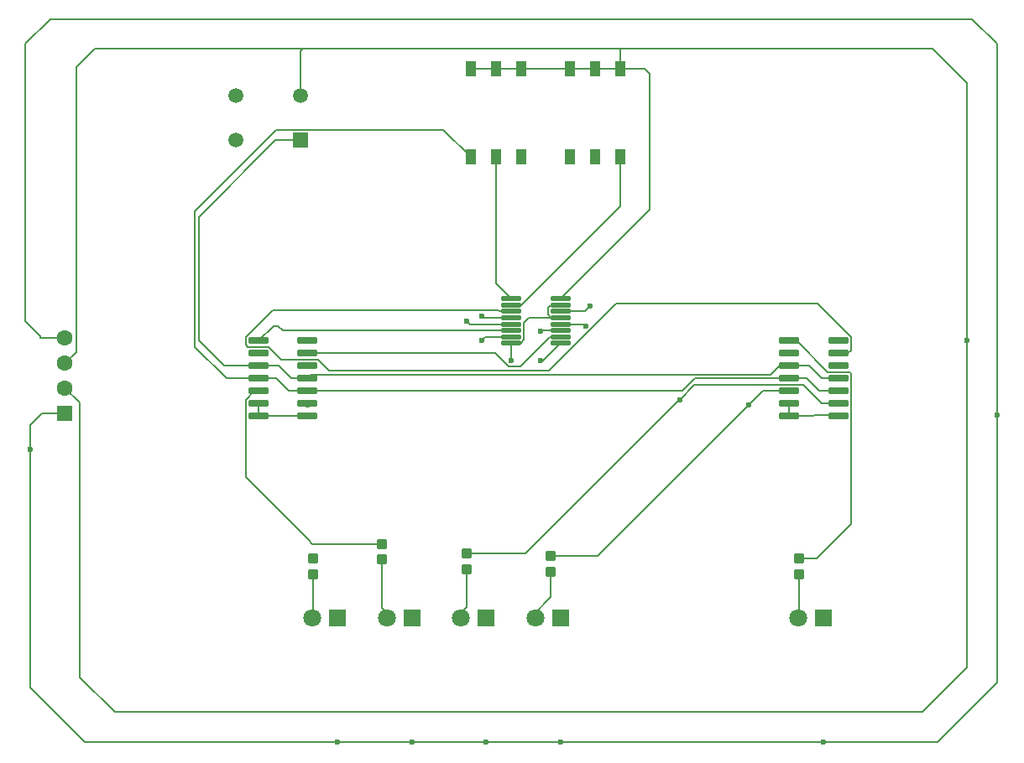
<source format=gbr>
%TF.GenerationSoftware,KiCad,Pcbnew,8.0.1*%
%TF.CreationDate,2024-04-13T21:46:53+05:30*%
%TF.ProjectId,piso,7069736f-2e6b-4696-9361-645f70636258,rev?*%
%TF.SameCoordinates,Original*%
%TF.FileFunction,Copper,L1,Top*%
%TF.FilePolarity,Positive*%
%FSLAX46Y46*%
G04 Gerber Fmt 4.6, Leading zero omitted, Abs format (unit mm)*
G04 Created by KiCad (PCBNEW 8.0.1) date 2024-04-13 21:46:53*
%MOMM*%
%LPD*%
G01*
G04 APERTURE LIST*
G04 Aperture macros list*
%AMRoundRect*
0 Rectangle with rounded corners*
0 $1 Rounding radius*
0 $2 $3 $4 $5 $6 $7 $8 $9 X,Y pos of 4 corners*
0 Add a 4 corners polygon primitive as box body*
4,1,4,$2,$3,$4,$5,$6,$7,$8,$9,$2,$3,0*
0 Add four circle primitives for the rounded corners*
1,1,$1+$1,$2,$3*
1,1,$1+$1,$4,$5*
1,1,$1+$1,$6,$7*
1,1,$1+$1,$8,$9*
0 Add four rect primitives between the rounded corners*
20,1,$1+$1,$2,$3,$4,$5,0*
20,1,$1+$1,$4,$5,$6,$7,0*
20,1,$1+$1,$6,$7,$8,$9,0*
20,1,$1+$1,$8,$9,$2,$3,0*%
G04 Aperture macros list end*
%TA.AperFunction,ComponentPad*%
%ADD10R,1.800000X1.800000*%
%TD*%
%TA.AperFunction,ComponentPad*%
%ADD11C,1.800000*%
%TD*%
%TA.AperFunction,SMDPad,CuDef*%
%ADD12RoundRect,0.020500X-0.959500X-0.184500X0.959500X-0.184500X0.959500X0.184500X-0.959500X0.184500X0*%
%TD*%
%TA.AperFunction,SMDPad,CuDef*%
%ADD13RoundRect,0.094000X0.416000X-0.376000X0.416000X0.376000X-0.416000X0.376000X-0.416000X-0.376000X0*%
%TD*%
%TA.AperFunction,SMDPad,CuDef*%
%ADD14R,1.100000X1.500000*%
%TD*%
%TA.AperFunction,SMDPad,CuDef*%
%ADD15RoundRect,0.090000X-0.895000X-0.210000X0.895000X-0.210000X0.895000X0.210000X-0.895000X0.210000X0*%
%TD*%
%TA.AperFunction,ComponentPad*%
%ADD16R,1.605000X1.605000*%
%TD*%
%TA.AperFunction,ComponentPad*%
%ADD17C,1.605000*%
%TD*%
%TA.AperFunction,ComponentPad*%
%ADD18R,1.498000X1.498000*%
%TD*%
%TA.AperFunction,ComponentPad*%
%ADD19C,1.498000*%
%TD*%
%TA.AperFunction,ViaPad*%
%ADD20C,0.600000*%
%TD*%
%TA.AperFunction,Conductor*%
%ADD21C,0.200000*%
%TD*%
G04 APERTURE END LIST*
D10*
%TO.P,D2,1,K*%
%TO.N,GND*%
X133000000Y-150500000D03*
D11*
%TO.P,D2,2,A*%
%TO.N,Net-(D2-A)*%
X130460000Y-150500000D03*
%TD*%
D12*
%TO.P,U2,1,IN*%
%TO.N,En*%
X143020000Y-118260000D03*
%TO.P,U2,2,S1A*%
%TO.N,Net-(U2-S1A)*%
X143020000Y-118900000D03*
%TO.P,U2,3,S1B*%
%TO.N,Net-(U2-S1B)*%
X143020000Y-119540000D03*
%TO.P,U2,4,D1*%
%TO.N,D0*%
X143020000Y-120180000D03*
%TO.P,U2,5,S2A*%
%TO.N,Net-(U2-S2A)*%
X143020000Y-120820000D03*
%TO.P,U2,6,S2B*%
%TO.N,Net-(U2-S2B)*%
X143020000Y-121460000D03*
%TO.P,U2,7,D2*%
%TO.N,D1*%
X143020000Y-122100000D03*
%TO.P,U2,8,GND*%
%TO.N,GND*%
X143020000Y-122740000D03*
%TO.P,U2,9,D3*%
%TO.N,D2*%
X147980000Y-122740000D03*
%TO.P,U2,10,S3B*%
%TO.N,Net-(U2-S3B)*%
X147980000Y-122100000D03*
%TO.P,U2,11,S3A*%
%TO.N,Net-(U2-S3A)*%
X147980000Y-121460000D03*
%TO.P,U2,12,D4*%
%TO.N,D3*%
X147980000Y-120820000D03*
%TO.P,U2,13,S4B*%
%TO.N,GND*%
X147980000Y-120180000D03*
%TO.P,U2,14,S4A*%
%TO.N,Net-(U2-S4A)*%
X147980000Y-119540000D03*
%TO.P,U2,15,EN\u002A*%
%TO.N,GND*%
X147980000Y-118900000D03*
%TO.P,U2,16,VDD*%
%TO.N,Vdd*%
X147980000Y-118260000D03*
%TD*%
D10*
%TO.P,D0,1,K*%
%TO.N,GND*%
X148000000Y-150500000D03*
D11*
%TO.P,D0,2,A*%
%TO.N,Net-(D0-A)*%
X145460000Y-150500000D03*
%TD*%
D13*
%TO.P,R1,1*%
%TO.N,Net-(D3-A)*%
X123000000Y-146080000D03*
%TO.P,R1,2*%
%TO.N,D3*%
X123000000Y-144500000D03*
%TD*%
%TO.P,R2,1*%
%TO.N,Net-(D2-A)*%
X130000000Y-144580000D03*
%TO.P,R2,2*%
%TO.N,D2*%
X130000000Y-143000000D03*
%TD*%
%TO.P,R4,1*%
%TO.N,Net-(D0-A)*%
X147000000Y-145790000D03*
%TO.P,R4,2*%
%TO.N,D0*%
X147000000Y-144210000D03*
%TD*%
D14*
%TO.P,S1,1A*%
%TO.N,Vdd*%
X144000000Y-95050000D03*
%TO.P,S1,1B*%
%TO.N,Net-(U2-S4A)*%
X144000000Y-103950000D03*
%TO.P,S1,2A*%
%TO.N,Vdd*%
X141460000Y-95050000D03*
%TO.P,S1,2B*%
%TO.N,En*%
X141460000Y-103950000D03*
%TO.P,S1,3A*%
%TO.N,Vdd*%
X138920000Y-95050000D03*
%TO.P,S1,3B*%
%TO.N,RST*%
X138920000Y-103950000D03*
%TD*%
D15*
%TO.P,U3,1,Q1*%
%TO.N,Net-(U2-S2B)*%
X117500000Y-122500000D03*
%TO.P,U3,2,~{Q1}*%
%TO.N,unconnected-(U3-~{Q1}-Pad2)*%
X117500000Y-123770000D03*
%TO.P,U3,3,CLK1*%
%TO.N,CLK*%
X117500000Y-125040000D03*
%TO.P,U3,4,RESET1*%
%TO.N,RST*%
X117500000Y-126310000D03*
%TO.P,U3,5,D1*%
%TO.N,D2*%
X117500000Y-127580000D03*
%TO.P,U3,6,SET1*%
%TO.N,GND*%
X117500000Y-128850000D03*
%TO.P,U3,7,VSS*%
X117500000Y-130120000D03*
%TO.P,U3,8,SET2*%
X122450000Y-130120000D03*
%TO.P,U3,9,D2*%
%TO.N,D3*%
X122450000Y-128850000D03*
%TO.P,U3,10,RESET2*%
%TO.N,RST*%
X122450000Y-127580000D03*
%TO.P,U3,11,CLK2*%
%TO.N,CLK*%
X122450000Y-126310000D03*
%TO.P,U3,12,~{Q2}*%
%TO.N,unconnected-(U3-~{Q2}-Pad12)*%
X122450000Y-125040000D03*
%TO.P,U3,13,Q2*%
%TO.N,Net-(U2-S3B)*%
X122450000Y-123770000D03*
%TO.P,U3,14,VDD*%
%TO.N,Vdd*%
X122450000Y-122500000D03*
%TD*%
D16*
%TO.P,J1,1,1*%
%TO.N,GND*%
X98000000Y-129810000D03*
D17*
%TO.P,J1,2,2*%
%TO.N,Vdd*%
X98000000Y-127270000D03*
%TO.P,J1,3,3*%
X98000000Y-124730000D03*
%TO.P,J1,4,4*%
%TO.N,GND*%
X98000000Y-122190000D03*
%TD*%
D10*
%TO.P,Dout1,1,K*%
%TO.N,GND*%
X174500000Y-150500000D03*
D11*
%TO.P,Dout1,2,A*%
%TO.N,Net-(Dout1-A)*%
X171960000Y-150500000D03*
%TD*%
D13*
%TO.P,R3,1*%
%TO.N,Net-(D1-A)*%
X138500000Y-145580000D03*
%TO.P,R3,2*%
%TO.N,D1*%
X138500000Y-144000000D03*
%TD*%
%TO.P,R5,1*%
%TO.N,Net-(Dout1-A)*%
X172000000Y-146080000D03*
%TO.P,R5,2*%
%TO.N,Dout*%
X172000000Y-144500000D03*
%TD*%
D10*
%TO.P,D3,1,K*%
%TO.N,GND*%
X125500000Y-150500000D03*
D11*
%TO.P,D3,2,A*%
%TO.N,Net-(D3-A)*%
X122960000Y-150500000D03*
%TD*%
D14*
%TO.P,S2,1A*%
%TO.N,Vdd*%
X154000000Y-95000000D03*
%TO.P,S2,1B*%
%TO.N,Net-(U2-S1A)*%
X154000000Y-103900000D03*
%TO.P,S2,2A*%
%TO.N,Vdd*%
X151460000Y-95000000D03*
%TO.P,S2,2B*%
%TO.N,Net-(U2-S2A)*%
X151460000Y-103900000D03*
%TO.P,S2,3A*%
%TO.N,Vdd*%
X148920000Y-95000000D03*
%TO.P,S2,3B*%
%TO.N,Net-(U2-S3A)*%
X148920000Y-103900000D03*
%TD*%
D18*
%TO.P,SW1,1*%
%TO.N,CLK*%
X121750000Y-102250000D03*
D19*
%TO.P,SW1,2*%
%TO.N,unconnected-(SW1-Pad2)*%
X115250000Y-102250000D03*
%TO.P,SW1,3*%
%TO.N,Vdd*%
X121750000Y-97750000D03*
%TO.P,SW1,4*%
%TO.N,unconnected-(SW1-Pad4)*%
X115250000Y-97750000D03*
%TD*%
D15*
%TO.P,U4,1,Q1*%
%TO.N,Dout*%
X171050000Y-122500000D03*
%TO.P,U4,2,~{Q1}*%
%TO.N,unconnected-(U4-~{Q1}-Pad2)*%
X171050000Y-123770000D03*
%TO.P,U4,3,CLK1*%
%TO.N,CLK*%
X171050000Y-125040000D03*
%TO.P,U4,4,RESET1*%
%TO.N,RST*%
X171050000Y-126310000D03*
%TO.P,U4,5,D1*%
%TO.N,D0*%
X171050000Y-127580000D03*
%TO.P,U4,6,SET1*%
%TO.N,GND*%
X171050000Y-128850000D03*
%TO.P,U4,7,VSS*%
X171050000Y-130120000D03*
%TO.P,U4,8,SET2*%
X176000000Y-130120000D03*
%TO.P,U4,9,D2*%
%TO.N,D1*%
X176000000Y-128850000D03*
%TO.P,U4,10,RESET2*%
%TO.N,RST*%
X176000000Y-127580000D03*
%TO.P,U4,11,CLK2*%
%TO.N,CLK*%
X176000000Y-126310000D03*
%TO.P,U4,12,~{Q2}*%
%TO.N,unconnected-(U4-~{Q2}-Pad12)*%
X176000000Y-125040000D03*
%TO.P,U4,13,Q2*%
%TO.N,Net-(U2-S1B)*%
X176000000Y-123770000D03*
%TO.P,U4,14,VDD*%
%TO.N,Vdd*%
X176000000Y-122500000D03*
%TD*%
D10*
%TO.P,D1,1,K*%
%TO.N,GND*%
X140500000Y-150500000D03*
D11*
%TO.P,D1,2,A*%
%TO.N,Net-(D1-A)*%
X137960000Y-150500000D03*
%TD*%
D20*
%TO.N,D0*%
X140000000Y-120000000D03*
X167000000Y-129000000D03*
%TO.N,D1*%
X160000000Y-128500000D03*
X140000000Y-122500000D03*
%TO.N,D2*%
X146000000Y-124500000D03*
X117500000Y-127500000D03*
%TO.N,D3*%
X122500000Y-129000000D03*
X123000000Y-144500000D03*
X150500000Y-121000000D03*
%TO.N,Vdd*%
X189000000Y-122500000D03*
X176500000Y-122500000D03*
X122500000Y-122500000D03*
%TO.N,GND*%
X176000000Y-130000000D03*
X174500000Y-163000000D03*
X125500000Y-163000000D03*
X140500000Y-163000000D03*
X133000000Y-163000000D03*
X117500000Y-130000000D03*
X148000000Y-163000000D03*
X192000000Y-130000000D03*
X94500000Y-133500000D03*
X143000000Y-124500000D03*
%TO.N,Net-(U2-S4A)*%
X151000000Y-119000000D03*
X144000000Y-104000000D03*
%TO.N,Net-(U2-S2A)*%
X138500000Y-120500000D03*
X151500000Y-104000000D03*
%TO.N,Net-(U2-S3A)*%
X149000000Y-104000000D03*
X146000000Y-121500000D03*
%TD*%
D21*
%TO.N,D0*%
X167000000Y-128960000D02*
X167000000Y-129000000D01*
X143020000Y-120180000D02*
X140180000Y-120180000D01*
X152980000Y-142980000D02*
X151750000Y-144210000D01*
X140180000Y-120180000D02*
X140000000Y-120000000D01*
X167000000Y-129000000D02*
X166960000Y-129000000D01*
X166960000Y-129000000D02*
X152980000Y-142980000D01*
X151750000Y-144210000D02*
X147000000Y-144210000D01*
X171050000Y-127580000D02*
X168380000Y-127580000D01*
X168380000Y-127580000D02*
X167000000Y-128960000D01*
%TO.N,D1*%
X161480000Y-126980000D02*
X160000000Y-128460000D01*
X144460000Y-144000000D02*
X138500000Y-144000000D01*
X174350000Y-128850000D02*
X172480000Y-126980000D01*
X160000000Y-128460000D02*
X160000000Y-128500000D01*
X172480000Y-126980000D02*
X161480000Y-126980000D01*
X140400000Y-122100000D02*
X140000000Y-122500000D01*
X160000000Y-128500000D02*
X159960000Y-128500000D01*
X159960000Y-128500000D02*
X144980000Y-143480000D01*
X143020000Y-122100000D02*
X140400000Y-122100000D01*
X176000000Y-128850000D02*
X174350000Y-128850000D01*
X144980000Y-143480000D02*
X144460000Y-144000000D01*
%TO.N,D2*%
X122480000Y-142520000D02*
X122960000Y-143000000D01*
X116215000Y-136255000D02*
X122480000Y-142520000D01*
X117500000Y-127500000D02*
X117080000Y-127580000D01*
X117500000Y-127580000D02*
X117500000Y-127500000D01*
X147980000Y-122740000D02*
X146220000Y-124500000D01*
X116215000Y-128445000D02*
X116215000Y-136255000D01*
X117080000Y-127580000D02*
X116215000Y-128445000D01*
X146220000Y-124500000D02*
X146000000Y-124500000D01*
X117500000Y-127580000D02*
X118484999Y-127580000D01*
X122960000Y-143000000D02*
X130000000Y-143000000D01*
%TO.N,D3*%
X150320000Y-120820000D02*
X150500000Y-121000000D01*
X147980000Y-120820000D02*
X150320000Y-120820000D01*
%TO.N,Dout*%
X177140000Y-125640000D02*
X177285000Y-125785000D01*
X171800964Y-122500000D02*
X174940964Y-125640000D01*
X171050000Y-122500000D02*
X171800964Y-122500000D01*
X173785000Y-144500000D02*
X172000000Y-144500000D01*
X177285000Y-141000000D02*
X173785000Y-144500000D01*
X174940964Y-125640000D02*
X177140000Y-125640000D01*
X177285000Y-125785000D02*
X177285000Y-141000000D01*
%TO.N,CLK*%
X120810000Y-126310000D02*
X122450000Y-126310000D01*
X173040000Y-125040000D02*
X174310000Y-126310000D01*
X122450000Y-126310000D02*
X122850000Y-125910000D01*
X174310000Y-126310000D02*
X176000000Y-126310000D01*
X119250000Y-102250000D02*
X121750000Y-102250000D01*
X114040000Y-125040000D02*
X111500000Y-122500000D01*
X171050000Y-125040000D02*
X173040000Y-125040000D01*
X111500000Y-110000000D02*
X119250000Y-102250000D01*
X117500000Y-125040000D02*
X114040000Y-125040000D01*
X119540000Y-125040000D02*
X120810000Y-126310000D01*
X117500000Y-125040000D02*
X119540000Y-125040000D01*
X122850000Y-125910000D02*
X169195001Y-125910000D01*
X111500000Y-122500000D02*
X111500000Y-110000000D01*
X170065001Y-125040000D02*
X171050000Y-125040000D01*
X169195001Y-125910000D02*
X170065001Y-125040000D01*
%TO.N,RST*%
X111100000Y-123100000D02*
X114310000Y-126310000D01*
X136171000Y-101201000D02*
X119299000Y-101201000D01*
X172810000Y-126310000D02*
X174080000Y-127580000D01*
X174080000Y-127580000D02*
X176000000Y-127580000D01*
X171050000Y-126310000D02*
X172810000Y-126310000D01*
X111100000Y-109400000D02*
X111100000Y-123100000D01*
X122450000Y-127580000D02*
X160314314Y-127580000D01*
X138920000Y-103950000D02*
X136171000Y-101201000D01*
X119310000Y-126310000D02*
X120580000Y-127580000D01*
X114310000Y-126310000D02*
X117500000Y-126310000D01*
X160314314Y-127580000D02*
X161584314Y-126310000D01*
X117500000Y-126310000D02*
X119310000Y-126310000D01*
X119299000Y-101201000D02*
X111100000Y-109400000D01*
X161584314Y-126310000D02*
X171050000Y-126310000D01*
X120580000Y-127580000D02*
X122450000Y-127580000D01*
%TO.N,En*%
X141460000Y-103950000D02*
X141460000Y-116700000D01*
X141460000Y-116700000D02*
X143020000Y-118260000D01*
%TO.N,Net-(D0-A)*%
X147000000Y-145790000D02*
X147000000Y-148394314D01*
X147000000Y-148394314D02*
X145177157Y-150217157D01*
%TO.N,Net-(D1-A)*%
X138500000Y-145580000D02*
X138500000Y-149394314D01*
X138500000Y-149394314D02*
X137677157Y-150217157D01*
%TO.N,Net-(D2-A)*%
X130000000Y-149474314D02*
X130742843Y-150217157D01*
X130000000Y-144580000D02*
X130000000Y-149474314D01*
%TO.N,Net-(D3-A)*%
X123000000Y-150460000D02*
X122960000Y-150500000D01*
X123000000Y-146080000D02*
X123000000Y-150460000D01*
%TO.N,Vdd*%
X99500000Y-156500000D02*
X99500000Y-128770000D01*
X189000000Y-122500000D02*
X189000000Y-155500000D01*
X189000000Y-96500000D02*
X189000000Y-122500000D01*
X189000000Y-155500000D02*
X184500000Y-160000000D01*
X154040000Y-93040000D02*
X154000000Y-93000000D01*
X121750000Y-97750000D02*
X121750000Y-93250000D01*
X138790000Y-95050000D02*
X154040000Y-95050000D01*
X99102500Y-123627500D02*
X99102500Y-94897500D01*
X157000000Y-109240000D02*
X157000000Y-95500000D01*
X101000000Y-93000000D02*
X122000000Y-93000000D01*
X154000000Y-93000000D02*
X185500000Y-93000000D01*
X103000000Y-160000000D02*
X99500000Y-156500000D01*
X184500000Y-160000000D02*
X103000000Y-160000000D01*
X147980000Y-118260000D02*
X157000000Y-109240000D01*
X156500000Y-95000000D02*
X154000000Y-95000000D01*
X99500000Y-128770000D02*
X98000000Y-127270000D01*
X99102500Y-94897500D02*
X101000000Y-93000000D01*
X122000000Y-93000000D02*
X154000000Y-93000000D01*
X157000000Y-95500000D02*
X156500000Y-95000000D01*
X121750000Y-93250000D02*
X122000000Y-93000000D01*
X98000000Y-124730000D02*
X99102500Y-123627500D01*
X154040000Y-95050000D02*
X154040000Y-93040000D01*
X185500000Y-93000000D02*
X189000000Y-96500000D01*
%TO.N,GND*%
X148000000Y-163000000D02*
X140500000Y-163000000D01*
X143977824Y-122740000D02*
X144300000Y-122417824D01*
X94000000Y-120500000D02*
X95500000Y-122000000D01*
X94500000Y-131000000D02*
X95690000Y-129810000D01*
X117500000Y-128850000D02*
X117500000Y-130000000D01*
X94000000Y-92500000D02*
X94000000Y-120500000D01*
X140500000Y-163000000D02*
X100000000Y-163000000D01*
X95500000Y-122000000D02*
X95500000Y-122190000D01*
X147980000Y-120180000D02*
X147000001Y-120180000D01*
X95500000Y-122190000D02*
X98000000Y-122190000D01*
X171050000Y-128850000D02*
X171050000Y-130120000D01*
X144300000Y-122417824D02*
X144300000Y-120700000D01*
X143020000Y-122740000D02*
X143020000Y-124480000D01*
X147000001Y-120180000D02*
X146700000Y-119879999D01*
X144820000Y-120180000D02*
X147980000Y-120180000D01*
X94500000Y-133500000D02*
X94500000Y-131000000D01*
X95690000Y-129810000D02*
X98000000Y-129810000D01*
X192000000Y-157000000D02*
X192000000Y-92500000D01*
X100000000Y-163000000D02*
X94500000Y-157500000D01*
X117500000Y-130000000D02*
X117500000Y-130120000D01*
X147000001Y-118900000D02*
X147980000Y-118900000D01*
X146700000Y-119200001D02*
X147000001Y-118900000D01*
X94500000Y-157500000D02*
X94500000Y-133500000D01*
X143020000Y-124480000D02*
X143000000Y-124500000D01*
X171050000Y-130120000D02*
X176000000Y-130000000D01*
X192000000Y-92500000D02*
X189500000Y-90000000D01*
X146700000Y-119879999D02*
X146700000Y-119200001D01*
X189500000Y-90000000D02*
X96500000Y-90000000D01*
X176000000Y-130000000D02*
X176000000Y-130120000D01*
X148000000Y-163000000D02*
X186000000Y-163000000D01*
X144300000Y-120700000D02*
X144820000Y-120180000D01*
X186000000Y-163000000D02*
X192000000Y-157000000D01*
X96500000Y-90000000D02*
X94000000Y-92500000D01*
X143020000Y-122740000D02*
X143977824Y-122740000D01*
X122450000Y-130120000D02*
X117500000Y-130120000D01*
%TO.N,Net-(U2-S4A)*%
X150460000Y-119540000D02*
X151000000Y-119000000D01*
X147980000Y-119540000D02*
X150460000Y-119540000D01*
%TO.N,Net-(U2-S2A)*%
X143020000Y-120820000D02*
X138820000Y-120820000D01*
X138820000Y-120820000D02*
X138500000Y-120500000D01*
%TO.N,Net-(U2-S1A)*%
X143020000Y-118900000D02*
X143999999Y-118900000D01*
X154000000Y-108899999D02*
X154000000Y-103900000D01*
X143999999Y-118900000D02*
X154000000Y-108899999D01*
%TO.N,Net-(U2-S3A)*%
X147980000Y-121460000D02*
X146040000Y-121460000D01*
X146040000Y-121460000D02*
X146000000Y-121500000D01*
%TO.N,Net-(U2-S1B)*%
X118559036Y-123100000D02*
X116440964Y-123100000D01*
X123509036Y-124370000D02*
X119829036Y-124370000D01*
X146848529Y-125500000D02*
X124639036Y-125500000D01*
X176000000Y-123770000D02*
X176984999Y-123770000D01*
X141792176Y-119540000D02*
X143020000Y-119540000D01*
X116215000Y-122125964D02*
X118940964Y-119400000D01*
X116215000Y-122874036D02*
X116215000Y-122125964D01*
X141652176Y-119400000D02*
X141792176Y-119540000D01*
X118940964Y-119400000D02*
X141652176Y-119400000D01*
X173910507Y-118751471D02*
X153597058Y-118751471D01*
X124639036Y-125500000D02*
X123509036Y-124370000D01*
X119829036Y-124370000D02*
X118559036Y-123100000D01*
X116440964Y-123100000D02*
X116215000Y-122874036D01*
X177285000Y-123469999D02*
X177285000Y-122125964D01*
X176984999Y-123770000D02*
X177285000Y-123469999D01*
X153597058Y-118751471D02*
X146848529Y-125500000D01*
X177285000Y-122125964D02*
X173910507Y-118751471D01*
%TO.N,Net-(U2-S2B)*%
X119500000Y-121000000D02*
X119960000Y-121460000D01*
X117500000Y-122500000D02*
X119000000Y-121000000D01*
X119960000Y-121460000D02*
X143020000Y-121460000D01*
X119000000Y-121000000D02*
X119500000Y-121000000D01*
%TO.N,Net-(U2-S3B)*%
X143900000Y-125100000D02*
X146900000Y-122100000D01*
X122450000Y-123770000D02*
X141421471Y-123770000D01*
X141421471Y-123770000D02*
X142751471Y-125100000D01*
X142751471Y-125100000D02*
X143900000Y-125100000D01*
X146900000Y-122100000D02*
X147980000Y-122100000D01*
%TO.N,Net-(Dout1-A)*%
X172000000Y-146080000D02*
X172000000Y-150460000D01*
X172000000Y-150460000D02*
X171960000Y-150500000D01*
%TD*%
M02*

</source>
